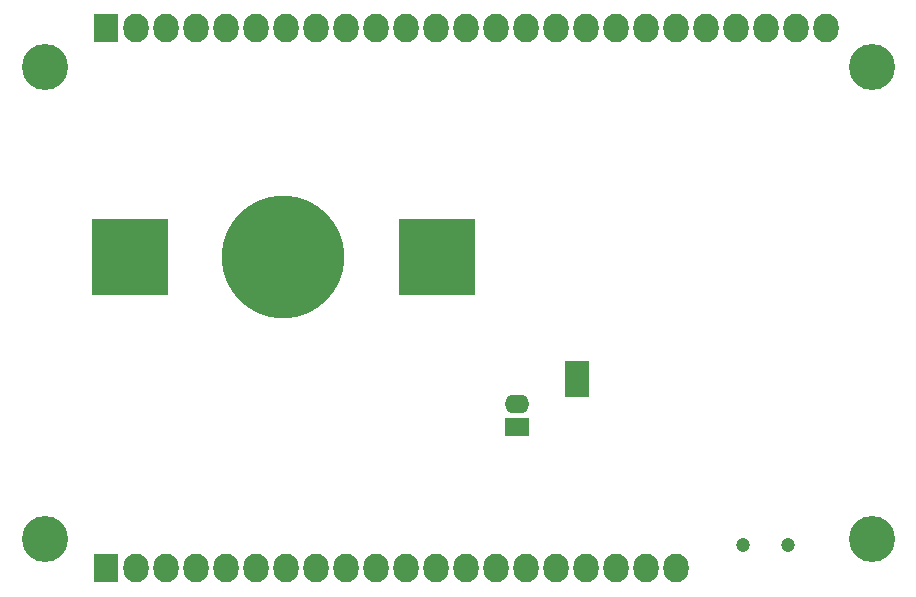
<source format=gbs>
G04 #@! TF.FileFunction,Soldermask,Bot*
%FSLAX46Y46*%
G04 Gerber Fmt 4.6, Leading zero omitted, Abs format (unit mm)*
G04 Created by KiCad (PCBNEW 4.0.2-stable) date Mon 29 Aug 2016 22:28:05 CEST*
%MOMM*%
G01*
G04 APERTURE LIST*
%ADD10C,0.100000*%
%ADD11R,6.500000X6.500000*%
%ADD12O,10.400000X10.400000*%
%ADD13R,2.099260X1.598880*%
%ADD14O,2.099260X1.598880*%
%ADD15R,2.127200X2.432000*%
%ADD16O,2.127200X2.432000*%
%ADD17C,1.197560*%
%ADD18C,3.900120*%
%ADD19R,2.000200X1.568400*%
G04 APERTURE END LIST*
D10*
D11*
X98173400Y-106712800D03*
D12*
X111173400Y-106712800D03*
D11*
X124173400Y-106712800D03*
D13*
X130960000Y-121140000D03*
D14*
X130960000Y-119138480D03*
D15*
X96162000Y-87358000D03*
D16*
X98702000Y-87358000D03*
X101242000Y-87358000D03*
X103782000Y-87358000D03*
X106322000Y-87358000D03*
X108862000Y-87358000D03*
X111402000Y-87358000D03*
X113942000Y-87358000D03*
X116482000Y-87358000D03*
X119022000Y-87358000D03*
X121562000Y-87358000D03*
X124102000Y-87358000D03*
X126642000Y-87358000D03*
X129182000Y-87358000D03*
X131722000Y-87358000D03*
X134262000Y-87358000D03*
X136802000Y-87358000D03*
X139342000Y-87358000D03*
X141882000Y-87358000D03*
X144422000Y-87358000D03*
X146962000Y-87358000D03*
X149502000Y-87358000D03*
X152042000Y-87358000D03*
X154582000Y-87358000D03*
X157122000Y-87358000D03*
D15*
X96162000Y-133078000D03*
D16*
X98702000Y-133078000D03*
X101242000Y-133078000D03*
X103782000Y-133078000D03*
X106322000Y-133078000D03*
X108862000Y-133078000D03*
X111402000Y-133078000D03*
X113942000Y-133078000D03*
X116482000Y-133078000D03*
X119022000Y-133078000D03*
X121562000Y-133078000D03*
X124102000Y-133078000D03*
X126642000Y-133078000D03*
X129182000Y-133078000D03*
X131722000Y-133078000D03*
X134262000Y-133078000D03*
X136802000Y-133078000D03*
X139342000Y-133078000D03*
X141882000Y-133078000D03*
X144422000Y-133078000D03*
D17*
X153939380Y-131066320D03*
X150142080Y-131063780D03*
D18*
X91003260Y-130616740D03*
X91003260Y-90616820D03*
X161003120Y-90616820D03*
X161003120Y-130616740D03*
D19*
X136040000Y-117838000D03*
X136040000Y-116314000D03*
M02*

</source>
